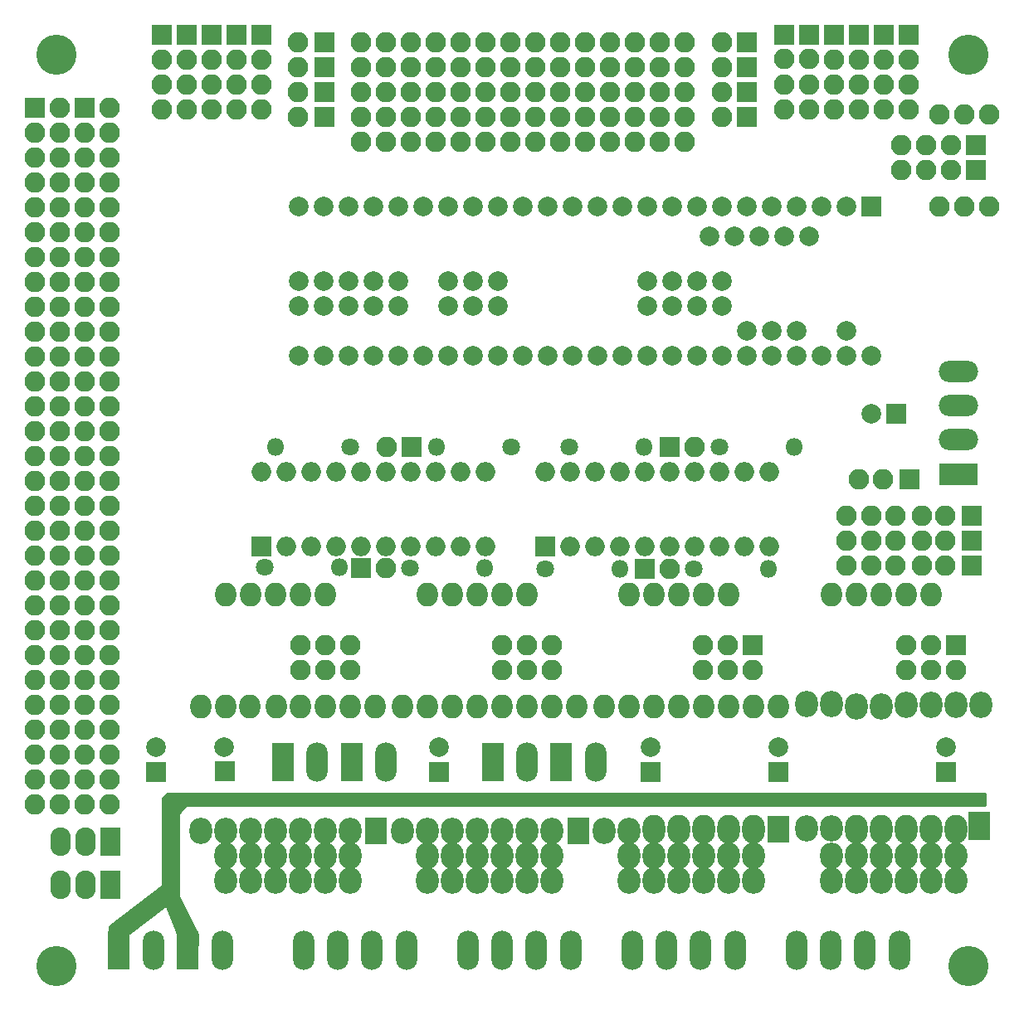
<source format=gbs>
G04 #@! TF.FileFunction,Soldermask,Bot*
%FSLAX46Y46*%
G04 Gerber Fmt 4.6, Leading zero omitted, Abs format (unit mm)*
G04 Created by KiCad (PCBNEW 4.0.7) date 07/15/18 15:00:33*
%MOMM*%
%LPD*%
G01*
G04 APERTURE LIST*
%ADD10C,2.000000*%
%ADD11O,2.100000X2.100000*%
%ADD12R,2.100000X2.100000*%
%ADD13R,2.000000X2.000000*%
%ADD14C,2.000000*%
%ADD15R,2.100000X2.900000*%
%ADD16O,2.100000X2.900000*%
%ADD17R,2.200000X4.000000*%
%ADD18O,2.200000X4.000000*%
%ADD19C,4.100000*%
%ADD20O,2.305000X2.686000*%
%ADD21O,2.178000X2.432000*%
%ADD22R,4.000000X2.200000*%
%ADD23O,4.000000X2.200000*%
%ADD24R,2.178000X2.686000*%
%ADD25O,2.305000X2.940000*%
%ADD26R,2.178000X2.940000*%
%ADD27O,2.000000X2.000000*%
%ADD28C,1.800000*%
%ADD29O,1.800000X1.800000*%
%ADD30C,0.254000*%
G04 APERTURE END LIST*
D10*
D11*
X153670000Y-78359000D03*
X153670000Y-80899000D03*
X153670000Y-83439000D03*
X153670000Y-85979000D03*
X153670000Y-88519000D03*
X156210000Y-78359000D03*
X156210000Y-80899000D03*
X156210000Y-83439000D03*
X156210000Y-85979000D03*
X156210000Y-88519000D03*
X158750000Y-78359000D03*
X158750000Y-80899000D03*
X158750000Y-83439000D03*
X158750000Y-85979000D03*
X158750000Y-88519000D03*
X161290000Y-78359000D03*
X161290000Y-80899000D03*
X161290000Y-83439000D03*
X161290000Y-85979000D03*
X161290000Y-88519000D03*
X163830000Y-78359000D03*
X163830000Y-80899000D03*
X163830000Y-83439000D03*
X163830000Y-85979000D03*
X163830000Y-88519000D03*
X166370000Y-78359000D03*
X166370000Y-80899000D03*
X166370000Y-83439000D03*
X166370000Y-85979000D03*
X166370000Y-88519000D03*
X168910000Y-78359000D03*
X168910000Y-80899000D03*
X168910000Y-83439000D03*
X168910000Y-85979000D03*
X168910000Y-88519000D03*
X171450000Y-78359000D03*
X171450000Y-80899000D03*
X171450000Y-83439000D03*
X171450000Y-85979000D03*
X171450000Y-88519000D03*
X173990000Y-78359000D03*
X173990000Y-80899000D03*
X173990000Y-83439000D03*
X173990000Y-85979000D03*
X173990000Y-88519000D03*
X176530000Y-78359000D03*
X176530000Y-80899000D03*
X176530000Y-83439000D03*
X176530000Y-85979000D03*
X176530000Y-88519000D03*
X179070000Y-78359000D03*
X179070000Y-80899000D03*
X179070000Y-83439000D03*
X179070000Y-85979000D03*
X179070000Y-88519000D03*
D12*
X191770000Y-77597000D03*
D11*
X191770000Y-80060800D03*
X191770000Y-82753200D03*
X191770000Y-85217000D03*
X181610000Y-78359000D03*
X181610000Y-80899000D03*
X181610000Y-83439000D03*
X181610000Y-85979000D03*
X181610000Y-88519000D03*
X151130000Y-78359000D03*
X151130000Y-80899000D03*
X151130000Y-83439000D03*
X151130000Y-85979000D03*
X151130000Y-88519000D03*
X148590000Y-78359000D03*
X148590000Y-80899000D03*
X148590000Y-83439000D03*
X148590000Y-85979000D03*
X148590000Y-88519000D03*
D13*
X127736600Y-152882600D03*
D14*
X127736600Y-150382600D03*
D13*
X156565600Y-152908000D03*
D14*
X156565600Y-150408000D03*
D15*
X123063000Y-164439600D03*
D16*
X120523000Y-164439600D03*
X117983000Y-164439600D03*
D17*
X123926600Y-171069000D03*
D18*
X127426600Y-171069000D03*
D17*
X130926600Y-171069000D03*
D18*
X134426600Y-171069000D03*
X142748000Y-171069000D03*
X146248000Y-171069000D03*
X149748000Y-171069000D03*
X153248000Y-171069000D03*
X193040000Y-171069000D03*
X196540000Y-171069000D03*
X200040000Y-171069000D03*
X203540000Y-171069000D03*
D17*
X162052000Y-151892000D03*
D18*
X165552000Y-151892000D03*
D17*
X169052000Y-151892000D03*
D18*
X172552000Y-151892000D03*
D19*
X210546000Y-172700000D03*
X210546000Y-79700000D03*
X117546000Y-172700000D03*
D14*
X160020000Y-95199200D03*
X157480000Y-95199200D03*
X154940000Y-95199200D03*
X152400000Y-95199200D03*
X162560000Y-95199200D03*
X165100000Y-95199200D03*
X167640000Y-95199200D03*
X149860000Y-95199200D03*
X147320000Y-95199200D03*
X144780000Y-95199200D03*
X142240000Y-95199200D03*
X142240000Y-110439200D03*
X144780000Y-110439200D03*
X147320000Y-110439200D03*
X149860000Y-110439200D03*
X152400000Y-110439200D03*
X154940000Y-110439200D03*
X157480000Y-110439200D03*
X160020000Y-110439200D03*
X170180000Y-95199200D03*
X172720000Y-95199200D03*
X175260000Y-95199200D03*
X177800000Y-95199200D03*
X180340000Y-95199200D03*
X182880000Y-95199200D03*
X185420000Y-95199200D03*
X187960000Y-95199200D03*
X190500000Y-95199200D03*
X193040000Y-95199200D03*
X195580000Y-95199200D03*
X198120000Y-95199200D03*
D13*
X200660000Y-95199200D03*
D14*
X162560000Y-110439200D03*
X165100000Y-110439200D03*
X167640000Y-110439200D03*
X170180000Y-110439200D03*
X172720000Y-110439200D03*
X175260000Y-110439200D03*
X177800000Y-110439200D03*
X180340000Y-110439200D03*
X182880000Y-110439200D03*
X185420000Y-110439200D03*
X187960000Y-110439200D03*
X190500000Y-110439200D03*
X193040000Y-110439200D03*
X195580000Y-110439200D03*
X198120000Y-110439200D03*
X200660000Y-110439200D03*
X198120000Y-107899200D03*
X193040000Y-107899200D03*
X190500000Y-107899200D03*
X187960000Y-107899200D03*
X185420000Y-102819200D03*
X182880000Y-102819200D03*
X180340000Y-102819200D03*
X177800000Y-102819200D03*
X162560000Y-102819200D03*
X160020000Y-102819200D03*
X157480000Y-102819200D03*
X152400000Y-102819200D03*
X149860000Y-102819200D03*
X147320000Y-102819200D03*
X144780000Y-102819200D03*
X142240000Y-102819200D03*
X142240000Y-105359200D03*
X144780000Y-105359200D03*
X147320000Y-105359200D03*
X149860000Y-105359200D03*
X152400000Y-105359200D03*
X157480000Y-105359200D03*
X160020000Y-105359200D03*
X162560000Y-105359200D03*
X177800000Y-105359200D03*
X180340000Y-105359200D03*
X182880000Y-105359200D03*
X185420000Y-105359200D03*
X194310000Y-98199200D03*
X191770000Y-98199200D03*
X189230000Y-98199200D03*
X186690000Y-98199200D03*
X184150000Y-98199200D03*
D12*
X187960000Y-78359000D03*
D11*
X185420000Y-78359000D03*
D12*
X187960000Y-80899000D03*
D11*
X185420000Y-80899000D03*
D12*
X187960000Y-83439000D03*
D11*
X185420000Y-83439000D03*
D20*
X181076600Y-161467800D03*
X183616600Y-161467800D03*
X178536600Y-161467800D03*
X175996600Y-161467800D03*
D21*
X175996600Y-134797800D03*
X178536600Y-134797800D03*
X181076600Y-134797800D03*
D20*
X186156600Y-161467800D03*
X188696600Y-161467800D03*
D21*
X186156600Y-134797800D03*
X183616600Y-134797800D03*
D20*
X175996600Y-164007800D03*
X181076600Y-164007800D03*
X175996600Y-164007800D03*
X188696600Y-164007800D03*
X186156600Y-164007800D03*
X183616600Y-164007800D03*
X178536600Y-164007800D03*
D13*
X208280000Y-152908000D03*
D14*
X208280000Y-150408000D03*
D18*
X159512000Y-171069000D03*
X163012000Y-171069000D03*
X166512000Y-171069000D03*
X170012000Y-171069000D03*
D22*
X209600800Y-122478800D03*
D23*
X209600800Y-118978800D03*
X209600800Y-115478800D03*
X209600800Y-111978800D03*
D18*
X176276000Y-171069000D03*
X179776000Y-171069000D03*
X183276000Y-171069000D03*
X186776000Y-171069000D03*
D12*
X210896200Y-131826000D03*
D11*
X208203800Y-131826000D03*
X205816200Y-131826000D03*
X203123800Y-131826000D03*
X200660000Y-131826000D03*
X198120000Y-131826000D03*
D12*
X210896200Y-126746000D03*
D11*
X208203800Y-126746000D03*
X205816200Y-126746000D03*
X203123800Y-126746000D03*
X200660000Y-126746000D03*
X198120000Y-126746000D03*
D12*
X210896200Y-129286000D03*
D11*
X208203800Y-129286000D03*
X205816200Y-129286000D03*
X203123800Y-129286000D03*
X200660000Y-129286000D03*
X198120000Y-129286000D03*
D13*
X134696200Y-152781000D03*
D14*
X134645400Y-150408000D03*
D13*
X191236600Y-152908000D03*
D14*
X191236600Y-150408000D03*
D12*
X187960000Y-85979000D03*
D11*
X185420000Y-85979000D03*
D12*
X144856200Y-78359000D03*
D11*
X142163800Y-78359000D03*
D12*
X144856200Y-80899000D03*
D11*
X142163800Y-80899000D03*
D12*
X144856200Y-83439000D03*
D11*
X142163800Y-83439000D03*
D12*
X144856200Y-85979000D03*
D11*
X142163800Y-85979000D03*
X147497800Y-139954000D03*
X147497800Y-142494000D03*
X144957800Y-139954000D03*
X144957800Y-142494000D03*
X142417800Y-139954000D03*
X142417800Y-142494000D03*
X168046400Y-139954000D03*
X168046400Y-142494000D03*
X165506400Y-139954000D03*
X165506400Y-142494000D03*
X162966400Y-139954000D03*
X162966400Y-142494000D03*
D13*
X203200000Y-116332000D03*
D14*
X200700000Y-116332000D03*
D13*
X178130200Y-152908000D03*
D14*
X178130200Y-150408000D03*
D12*
X211328000Y-91440000D03*
D11*
X208788000Y-91440000D03*
X206248000Y-91440000D03*
X203708000Y-91440000D03*
D12*
X211328000Y-88900000D03*
D11*
X208788000Y-88900000D03*
X206248000Y-88900000D03*
X203733400Y-88900000D03*
D20*
X137337800Y-158877000D03*
D21*
X137261600Y-146177000D03*
D20*
X139877800Y-158877000D03*
X134797800Y-158877000D03*
X132257800Y-158877000D03*
D21*
X132257800Y-146177000D03*
X134797800Y-146177000D03*
X139954000Y-146177000D03*
X142417800Y-146177000D03*
X144957800Y-146177000D03*
X147497800Y-146177000D03*
X150037800Y-146177000D03*
D20*
X142417800Y-158877000D03*
X144957800Y-158877000D03*
X147497800Y-158877000D03*
D24*
X150164800Y-158877000D03*
D20*
X157937200Y-158877000D03*
D21*
X157937200Y-146177000D03*
D20*
X160477200Y-158877000D03*
X155397200Y-158877000D03*
X152857200Y-158877000D03*
D21*
X152857200Y-146177000D03*
X155397200Y-146177000D03*
X160477200Y-146177000D03*
X163017200Y-146177000D03*
X165557200Y-146177000D03*
X168097200Y-146177000D03*
X170637200Y-146177000D03*
D20*
X163017200Y-158877000D03*
X165557200Y-158877000D03*
X168097200Y-158877000D03*
D24*
X170764200Y-158877000D03*
D25*
X178536600Y-158750000D03*
D21*
X178536600Y-146177000D03*
D25*
X181076600Y-158750000D03*
D20*
X175996600Y-158877000D03*
X173456600Y-158877000D03*
D21*
X173456600Y-146177000D03*
X175996600Y-146177000D03*
X181076600Y-146177000D03*
X183616600Y-146177000D03*
X186156600Y-146177000D03*
X188696600Y-146177000D03*
X191236600Y-146177000D03*
D25*
X183616600Y-158750000D03*
X186156600Y-158750000D03*
X188696600Y-158750000D03*
D24*
X191236600Y-158750000D03*
D11*
X207645000Y-95199200D03*
X210185000Y-95199200D03*
X212725000Y-95199200D03*
X207645000Y-85725000D03*
X210185000Y-85725000D03*
X212725000Y-85725000D03*
D20*
X160477200Y-161467800D03*
X163017200Y-161467800D03*
X157937200Y-161467800D03*
X155397200Y-161467800D03*
D21*
X155397200Y-134797800D03*
X157937200Y-134797800D03*
X160477200Y-134797800D03*
D20*
X165557200Y-161467800D03*
X168097200Y-161467800D03*
D21*
X165557200Y-134797800D03*
X163017200Y-134797800D03*
D20*
X155397200Y-164007800D03*
X160477200Y-164007800D03*
X155397200Y-164007800D03*
X168097200Y-164007800D03*
X165557200Y-164007800D03*
X163017200Y-164007800D03*
X157937200Y-164007800D03*
X139877800Y-161467800D03*
X142417800Y-161467800D03*
X137337800Y-161467800D03*
X134797800Y-161467800D03*
D21*
X134797800Y-134797800D03*
X137337800Y-134797800D03*
X139877800Y-134797800D03*
D20*
X144957800Y-161467800D03*
X147497800Y-161467800D03*
D21*
X144957800Y-134797800D03*
X142417800Y-134797800D03*
D20*
X134797800Y-164007800D03*
X139877800Y-164007800D03*
X134797800Y-164007800D03*
X147497800Y-164007800D03*
X144957800Y-164007800D03*
X142417800Y-164007800D03*
X137337800Y-164007800D03*
X201676000Y-161467800D03*
X204216000Y-161467800D03*
X199136000Y-161467800D03*
X196596000Y-161467800D03*
D21*
X196596000Y-134797800D03*
X199136000Y-134797800D03*
X201676000Y-134797800D03*
D20*
X206756000Y-161467800D03*
X209296000Y-161467800D03*
D21*
X206756000Y-134797800D03*
X204216000Y-134797800D03*
D20*
X196596000Y-164007800D03*
X201676000Y-164007800D03*
X196596000Y-164007800D03*
X209296000Y-164007800D03*
X206756000Y-164007800D03*
X204216000Y-164007800D03*
X199136000Y-164007800D03*
D25*
X199136000Y-158750000D03*
D20*
X199136000Y-146177000D03*
D25*
X201676000Y-158750000D03*
D20*
X196596000Y-158623000D03*
X194056000Y-158623000D03*
X194056000Y-145923000D03*
X196596000Y-145923000D03*
X201676000Y-146177000D03*
X204216000Y-146050000D03*
X206756000Y-146050000D03*
X209296000Y-146050000D03*
X211836000Y-146050000D03*
D25*
X204216000Y-158750000D03*
X206756000Y-158750000D03*
X209296000Y-158750000D03*
D26*
X211709000Y-158369000D03*
D12*
X130810000Y-77597000D03*
D11*
X130810000Y-80213200D03*
X130810000Y-82677000D03*
X130810000Y-85217000D03*
D12*
X194310000Y-77597000D03*
D11*
X194310000Y-80060800D03*
X194310000Y-82753200D03*
X194310000Y-85217000D03*
D12*
X204597000Y-123037600D03*
D11*
X201904600Y-123037600D03*
X199440800Y-123037600D03*
D12*
X199390000Y-77597000D03*
D11*
X199390000Y-80137000D03*
X199390000Y-82677000D03*
X199390000Y-85217000D03*
D12*
X196850000Y-77597000D03*
D11*
X196850000Y-80137000D03*
X196850000Y-82677000D03*
X196850000Y-85217000D03*
D12*
X201930000Y-77597000D03*
D11*
X201930000Y-80137000D03*
X201930000Y-82677000D03*
X201930000Y-85217000D03*
D12*
X204470000Y-77597000D03*
D11*
X204470000Y-80137000D03*
X204470000Y-82677000D03*
X204470000Y-85217000D03*
D13*
X138480800Y-129895600D03*
D27*
X161340800Y-122275600D03*
X141020800Y-129895600D03*
X158800800Y-122275600D03*
X143560800Y-129895600D03*
X156260800Y-122275600D03*
X146100800Y-129895600D03*
X153720800Y-122275600D03*
X148640800Y-129895600D03*
X151180800Y-122275600D03*
X151180800Y-129895600D03*
X148640800Y-122275600D03*
X153720800Y-129895600D03*
X146100800Y-122275600D03*
X156260800Y-129895600D03*
X143560800Y-122275600D03*
X158800800Y-129895600D03*
X141020800Y-122275600D03*
X161340800Y-129895600D03*
X138480800Y-122275600D03*
D13*
X167386000Y-129870200D03*
D27*
X190246000Y-122250200D03*
X169926000Y-129870200D03*
X187706000Y-122250200D03*
X172466000Y-129870200D03*
X185166000Y-122250200D03*
X175006000Y-129870200D03*
X182626000Y-122250200D03*
X177546000Y-129870200D03*
X180086000Y-122250200D03*
X180086000Y-129870200D03*
X177546000Y-122250200D03*
X182626000Y-129870200D03*
X175006000Y-122250200D03*
X185166000Y-129870200D03*
X172466000Y-122250200D03*
X187706000Y-129870200D03*
X169926000Y-122250200D03*
X190246000Y-129870200D03*
X167386000Y-122250200D03*
D19*
X117546000Y-79700000D03*
D15*
X123063000Y-160020000D03*
D16*
X120523000Y-160020000D03*
X117983000Y-160020000D03*
D12*
X188595000Y-139954000D03*
D11*
X188595000Y-142494000D03*
X186055000Y-139954000D03*
X186055000Y-142494000D03*
X183515000Y-139954000D03*
X183515000Y-142494000D03*
D12*
X133350000Y-77597000D03*
D11*
X133350000Y-80137000D03*
X133350000Y-82677000D03*
X133350000Y-85217000D03*
D12*
X135890000Y-77597000D03*
D11*
X135890000Y-80137000D03*
X135890000Y-82677000D03*
X135890000Y-85217000D03*
D12*
X138430000Y-77597000D03*
D11*
X138430000Y-80137000D03*
X138430000Y-82677000D03*
X138430000Y-85217000D03*
D12*
X115316000Y-85090000D03*
D11*
X117856000Y-85090000D03*
X115316000Y-87630000D03*
X117856000Y-87630000D03*
X115316000Y-90170000D03*
X117856000Y-90170000D03*
X115316000Y-92710000D03*
X117856000Y-92710000D03*
X115316000Y-95250000D03*
X117856000Y-95250000D03*
X115316000Y-97790000D03*
X117856000Y-97790000D03*
X115316000Y-100330000D03*
X117856000Y-100330000D03*
X115316000Y-102870000D03*
X117856000Y-102870000D03*
X115316000Y-105410000D03*
X117856000Y-105410000D03*
X115316000Y-107950000D03*
X117856000Y-107950000D03*
X115316000Y-110490000D03*
X117856000Y-110490000D03*
X115316000Y-113030000D03*
X117856000Y-113030000D03*
X115316000Y-115570000D03*
X117856000Y-115570000D03*
X115316000Y-118110000D03*
X117856000Y-118110000D03*
X115316000Y-120650000D03*
X117856000Y-120650000D03*
X115316000Y-123190000D03*
X117856000Y-123190000D03*
X115316000Y-125730000D03*
X117856000Y-125730000D03*
X115316000Y-128270000D03*
X117856000Y-128270000D03*
X115316000Y-130810000D03*
X117856000Y-130810000D03*
X115316000Y-133350000D03*
X117856000Y-133350000D03*
X115316000Y-135890000D03*
X117856000Y-135890000D03*
X115316000Y-138430000D03*
X117856000Y-138430000D03*
X115316000Y-140970000D03*
X117856000Y-140970000D03*
X115316000Y-143510000D03*
X117856000Y-143510000D03*
X115316000Y-146050000D03*
X117856000Y-146050000D03*
X115316000Y-148590000D03*
X117856000Y-148590000D03*
X115316000Y-151130000D03*
X117856000Y-151130000D03*
X115316000Y-153670000D03*
X117856000Y-153670000D03*
X115316000Y-156210000D03*
X117856000Y-156210000D03*
D12*
X120396000Y-85090000D03*
D11*
X122936000Y-85090000D03*
X120396000Y-87630000D03*
X122936000Y-87630000D03*
X120396000Y-90170000D03*
X122936000Y-90170000D03*
X120396000Y-92710000D03*
X122936000Y-92710000D03*
X120396000Y-95250000D03*
X122936000Y-95250000D03*
X120396000Y-97790000D03*
X122936000Y-97790000D03*
X120396000Y-100330000D03*
X122936000Y-100330000D03*
X120396000Y-102870000D03*
X122936000Y-102870000D03*
X120396000Y-105410000D03*
X122936000Y-105410000D03*
X120396000Y-107950000D03*
X122936000Y-107950000D03*
X120396000Y-110490000D03*
X122936000Y-110490000D03*
X120396000Y-113030000D03*
X122936000Y-113030000D03*
X120396000Y-115570000D03*
X122936000Y-115570000D03*
X120396000Y-118110000D03*
X122936000Y-118110000D03*
X120396000Y-120650000D03*
X122936000Y-120650000D03*
X120396000Y-123190000D03*
X122936000Y-123190000D03*
X120396000Y-125730000D03*
X122936000Y-125730000D03*
X120396000Y-128270000D03*
X122936000Y-128270000D03*
X120396000Y-130810000D03*
X122936000Y-130810000D03*
X120396000Y-133350000D03*
X122936000Y-133350000D03*
X120396000Y-135890000D03*
X122936000Y-135890000D03*
X120396000Y-138430000D03*
X122936000Y-138430000D03*
X120396000Y-140970000D03*
X122936000Y-140970000D03*
X120396000Y-143510000D03*
X122936000Y-143510000D03*
X120396000Y-146050000D03*
X122936000Y-146050000D03*
X120396000Y-148590000D03*
X122936000Y-148590000D03*
X120396000Y-151130000D03*
X122936000Y-151130000D03*
X120396000Y-153670000D03*
X122936000Y-153670000D03*
X120396000Y-156210000D03*
X122936000Y-156210000D03*
D12*
X177546000Y-132130800D03*
D11*
X180086000Y-132130800D03*
D28*
X182575200Y-132181600D03*
D29*
X190195200Y-132181600D03*
D28*
X167411400Y-132181600D03*
D29*
X175031400Y-132181600D03*
D12*
X148640800Y-132054600D03*
D11*
X151180800Y-132054600D03*
D12*
X153746200Y-119735600D03*
D11*
X151206200Y-119735600D03*
D12*
X180111400Y-119735600D03*
D11*
X182651400Y-119735600D03*
D28*
X138760200Y-132029200D03*
D29*
X146380200Y-132029200D03*
D28*
X153644600Y-132105400D03*
D29*
X161264600Y-132105400D03*
D28*
X163931600Y-119710200D03*
D29*
X156311600Y-119710200D03*
D28*
X147523200Y-119684800D03*
D29*
X139903200Y-119684800D03*
D28*
X169900600Y-119710200D03*
D29*
X177520600Y-119710200D03*
D28*
X185191400Y-119710200D03*
D29*
X192811400Y-119710200D03*
D12*
X128270000Y-77597000D03*
D11*
X128270000Y-80137000D03*
X128270000Y-82677000D03*
X128270000Y-85217000D03*
D12*
X209296000Y-139954000D03*
D11*
X209296000Y-142494000D03*
X206756000Y-139954000D03*
X206756000Y-142494000D03*
X204216000Y-139954000D03*
X204216000Y-142494000D03*
D17*
X140639800Y-151892000D03*
D18*
X144139800Y-151892000D03*
D17*
X147639800Y-151892000D03*
D18*
X151139800Y-151892000D03*
D30*
G36*
X212267800Y-156286200D02*
X130846095Y-156286200D01*
X130796685Y-156296206D01*
X130753899Y-156325856D01*
X130032004Y-157087856D01*
X130005286Y-157130607D01*
X129997200Y-157175200D01*
X129997200Y-165582600D01*
X130010310Y-165638796D01*
X131902200Y-169473026D01*
X131902200Y-170640086D01*
X129946400Y-170685047D01*
X129946400Y-169443400D01*
X129936340Y-169393863D01*
X128775348Y-166653161D01*
X128746862Y-166611567D01*
X128704438Y-166584333D01*
X128654761Y-166575750D01*
X128605659Y-166587171D01*
X128581562Y-166601585D01*
X124971554Y-169345191D01*
X122936000Y-169508971D01*
X122936000Y-168617732D01*
X128346414Y-164542046D01*
X128379859Y-164504324D01*
X128397000Y-164440607D01*
X128397000Y-155511978D01*
X128905547Y-155067000D01*
X212267800Y-155067000D01*
X212267800Y-156286200D01*
X212267800Y-156286200D01*
G37*
X212267800Y-156286200D02*
X130846095Y-156286200D01*
X130796685Y-156296206D01*
X130753899Y-156325856D01*
X130032004Y-157087856D01*
X130005286Y-157130607D01*
X129997200Y-157175200D01*
X129997200Y-165582600D01*
X130010310Y-165638796D01*
X131902200Y-169473026D01*
X131902200Y-170640086D01*
X129946400Y-170685047D01*
X129946400Y-169443400D01*
X129936340Y-169393863D01*
X128775348Y-166653161D01*
X128746862Y-166611567D01*
X128704438Y-166584333D01*
X128654761Y-166575750D01*
X128605659Y-166587171D01*
X128581562Y-166601585D01*
X124971554Y-169345191D01*
X122936000Y-169508971D01*
X122936000Y-168617732D01*
X128346414Y-164542046D01*
X128379859Y-164504324D01*
X128397000Y-164440607D01*
X128397000Y-155511978D01*
X128905547Y-155067000D01*
X212267800Y-155067000D01*
X212267800Y-156286200D01*
M02*

</source>
